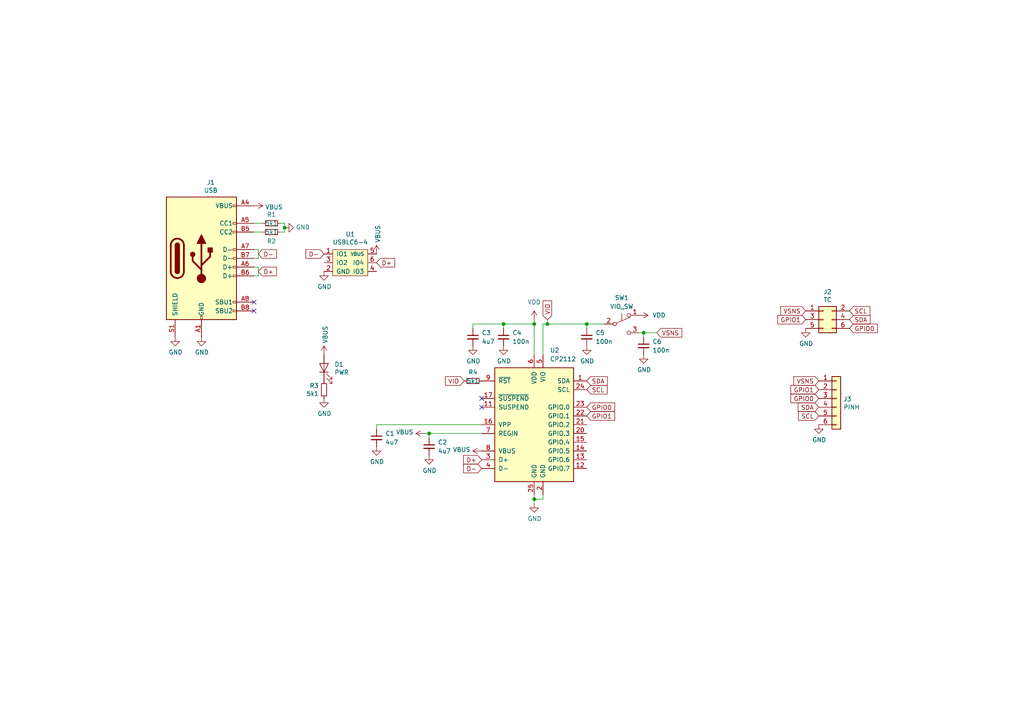
<source format=kicad_sch>
(kicad_sch (version 20211123) (generator eeschema)
  (paper "A4")
  (lib_symbols
    (symbol "Connector:USB_C_Receptacle_USB2.0" (pin_names (offset 1.016))
      (property "Reference" "J" (at -10.16 19.05 0))
      (property "Value" "USB_C_Receptacle_USB2.0" (at 19.05 19.05 0))
      (symbol "USB_C_Receptacle_USB2.0_0_0"
        (rectangle (start -0.254 -17.78) (end 0.254 -16.764))
        (rectangle (start 10.16 -14.986) (end 9.144 -15.494))
        (rectangle (start 10.16 -12.446) (end 9.144 -12.954))
        (rectangle (start 10.16 -4.826) (end 9.144 -5.334))
        (rectangle (start 10.16 -2.286) (end 9.144 -2.794))
        (rectangle (start 10.16 0.254) (end 9.144 -0.254))
        (rectangle (start 10.16 2.794) (end 9.144 2.286))
        (rectangle (start 10.16 7.874) (end 9.144 7.366))
        (rectangle (start 10.16 10.414) (end 9.144 9.906))
        (rectangle (start 10.16 15.494) (end 9.144 14.986))
      )
      (symbol "USB_C_Receptacle_USB2.0_0_1"
        (rectangle (start -10.16 17.78) (end 10.16 -17.78) (stroke (width 0.254)) (fill (type background)))
        (arc (start -8.89 -3.81) (mid -6.985 -5.715) (end -5.08 -3.81) (stroke (width 0.508)))
        (arc (start -7.62 -3.81) (mid -6.985 -4.445) (end -6.35 -3.81) (stroke (width 0.254)))
        (arc (start -7.62 -3.81) (mid -6.985 -4.445) (end -6.35 -3.81) (stroke (width 0.254)) (fill (type outline)))
        (rectangle (start -7.62 -3.81) (end -6.35 3.81) (stroke (width 0.254)) (fill (type outline)))
        (arc (start -6.35 3.81) (mid -6.985 4.445) (end -7.62 3.81) (stroke (width 0.254)))
        (arc (start -6.35 3.81) (mid -6.985 4.445) (end -7.62 3.81) (stroke (width 0.254)) (fill (type outline)))
        (arc (start -5.08 3.81) (mid -6.985 5.715) (end -8.89 3.81) (stroke (width 0.508)))
        (circle (center -2.54 1.143) (radius 0.635) (stroke (width 0.254)) (fill (type outline)))
        (circle (center 0 -5.842) (radius 1.27) (fill (type outline)))
        (polyline (pts (xy -8.89 -3.81) (xy -8.89 3.81)) (stroke (width 0.508)))
        (polyline (pts (xy -5.08 3.81) (xy -5.08 -3.81)) (stroke (width 0.508)))
        (polyline (pts (xy 0 -5.842) (xy 0 4.318)) (stroke (width 0.508)))
        (polyline (pts (xy 0 -3.302) (xy -2.54 -0.762) (xy -2.54 0.508)) (stroke (width 0.508)))
        (polyline (pts (xy 0 -2.032) (xy 2.54 0.508) (xy 2.54 1.778)) (stroke (width 0.508)))
        (polyline (pts (xy -1.27 4.318) (xy 0 6.858) (xy 1.27 4.318) (xy -1.27 4.318)) (stroke (width 0.254)) (fill (type outline)))
        (rectangle (start 1.905 1.778) (end 3.175 3.048) (stroke (width 0.254)) (fill (type outline)))
      )
      (symbol "USB_C_Receptacle_USB2.0_1_1"
        (pin power_in line (at 0 -22.86 90) (length 5.08) (name "GND") (number "A1"))
        (pin passive line (at 0 -22.86 90) (length 5.08) hide (name "GND") (number "A12"))
        (pin power_in line (at 15.24 15.24 180) (length 5.08) (name "VBUS") (number "A4"))
        (pin bidirectional line (at 15.24 10.16 180) (length 5.08) (name "CC1") (number "A5"))
        (pin bidirectional line (at 15.24 -2.54 180) (length 5.08) (name "D+") (number "A6"))
        (pin bidirectional line (at 15.24 2.54 180) (length 5.08) (name "D-") (number "A7"))
        (pin bidirectional line (at 15.24 -12.7 180) (length 5.08) (name "SBU1") (number "A8"))
        (pin passive line (at 15.24 15.24 180) (length 5.08) hide (name "VBUS") (number "A9"))
        (pin passive line (at 0 -22.86 90) (length 5.08) hide (name "GND") (number "B1"))
        (pin passive line (at 0 -22.86 90) (length 5.08) hide (name "GND") (number "B12"))
        (pin passive line (at 15.24 15.24 180) (length 5.08) hide (name "VBUS") (number "B4"))
        (pin bidirectional line (at 15.24 7.62 180) (length 5.08) (name "CC2") (number "B5"))
        (pin bidirectional line (at 15.24 -5.08 180) (length 5.08) (name "D+") (number "B6"))
        (pin bidirectional line (at 15.24 0 180) (length 5.08) (name "D-") (number "B7"))
        (pin bidirectional line (at 15.24 -15.24 180) (length 5.08) (name "SBU2") (number "B8"))
        (pin passive line (at 15.24 15.24 180) (length 5.08) hide (name "VBUS") (number "B9"))
        (pin passive line (at -7.62 -22.86 90) (length 5.08) (name "SHIELD") (number "S1"))
      )
    )
    (symbol "Connector_Generic:Conn_01x06" (pin_names (offset 1.016) hide)
      (property "Reference" "J" (at 0 7.62 0))
      (property "Value" "Conn_01x06" (at 0 -10.16 0))
      (symbol "Conn_01x06_1_1"
        (rectangle (start -1.27 -7.493) (end 0 -7.747) (stroke (width 0.1524)))
        (rectangle (start -1.27 -4.953) (end 0 -5.207) (stroke (width 0.1524)))
        (rectangle (start -1.27 -2.413) (end 0 -2.667) (stroke (width 0.1524)))
        (rectangle (start -1.27 0.127) (end 0 -0.127) (stroke (width 0.1524)))
        (rectangle (start -1.27 2.667) (end 0 2.413) (stroke (width 0.1524)))
        (rectangle (start -1.27 5.207) (end 0 4.953) (stroke (width 0.1524)))
        (rectangle (start -1.27 6.35) (end 1.27 -8.89) (stroke (width 0.254)) (fill (type background)))
        (pin passive line (at -5.08 5.08 0) (length 3.81) (name "Pin_1") (number "1"))
        (pin passive line (at -5.08 2.54 0) (length 3.81) (name "Pin_2") (number "2"))
        (pin passive line (at -5.08 0 0) (length 3.81) (name "Pin_3") (number "3"))
        (pin passive line (at -5.08 -2.54 0) (length 3.81) (name "Pin_4") (number "4"))
        (pin passive line (at -5.08 -5.08 0) (length 3.81) (name "Pin_5") (number "5"))
        (pin passive line (at -5.08 -7.62 0) (length 3.81) (name "Pin_6") (number "6"))
      )
    )
    (symbol "Connector_Generic:Conn_02x03_Odd_Even" (pin_names (offset 1.016) hide)
      (property "Reference" "J" (at 1.27 5.08 0))
      (property "Value" "Conn_02x03_Odd_Even" (at 1.27 -5.08 0))
      (symbol "Conn_02x03_Odd_Even_1_1"
        (rectangle (start -1.27 -2.413) (end 0 -2.667) (stroke (width 0.1524)))
        (rectangle (start -1.27 0.127) (end 0 -0.127) (stroke (width 0.1524)))
        (rectangle (start -1.27 2.667) (end 0 2.413) (stroke (width 0.1524)))
        (rectangle (start -1.27 3.81) (end 3.81 -3.81) (stroke (width 0.254)) (fill (type background)))
        (rectangle (start 3.81 -2.413) (end 2.54 -2.667) (stroke (width 0.1524)))
        (rectangle (start 3.81 0.127) (end 2.54 -0.127) (stroke (width 0.1524)))
        (rectangle (start 3.81 2.667) (end 2.54 2.413) (stroke (width 0.1524)))
        (pin passive line (at -5.08 2.54 0) (length 3.81) (name "Pin_1") (number "1"))
        (pin passive line (at 7.62 2.54 180) (length 3.81) (name "Pin_2") (number "2"))
        (pin passive line (at -5.08 0 0) (length 3.81) (name "Pin_3") (number "3"))
        (pin passive line (at 7.62 0 180) (length 3.81) (name "Pin_4") (number "4"))
        (pin passive line (at -5.08 -2.54 0) (length 3.81) (name "Pin_5") (number "5"))
        (pin passive line (at 7.62 -2.54 180) (length 3.81) (name "Pin_6") (number "6"))
      )
    )
    (symbol "Device:C_Small" (pin_numbers hide) (pin_names (offset 0.254) hide)
      (property "Reference" "C" (at 0.254 1.778 0))
      (property "Value" "C_Small" (at 0.254 -2.032 0))
      (symbol "C_Small_0_1"
        (polyline (pts (xy -1.524 -0.508) (xy 1.524 -0.508)) (stroke (width 0.3302)))
        (polyline (pts (xy -1.524 0.508) (xy 1.524 0.508)) (stroke (width 0.3048)))
      )
      (symbol "C_Small_1_1"
        (pin passive line (at 0 2.54 270) (length 2.032) (name "~") (number "1"))
        (pin passive line (at 0 -2.54 90) (length 2.032) (name "~") (number "2"))
      )
    )
    (symbol "Device:LED" (pin_numbers hide) (pin_names (offset 1.016) hide)
      (property "Reference" "D" (at 0 2.54 0))
      (property "Value" "LED" (at 0 -2.54 0))
      (symbol "LED_0_1"
        (polyline (pts (xy -1.27 -1.27) (xy -1.27 1.27)) (stroke (width 0.2032)))
        (polyline (pts (xy -1.27 0) (xy 1.27 0)))
        (polyline (pts (xy 1.27 -1.27) (xy 1.27 1.27) (xy -1.27 0) (xy 1.27 -1.27)) (stroke (width 0.2032)))
        (polyline (pts (xy -3.048 -0.762) (xy -4.572 -2.286) (xy -3.81 -2.286) (xy -4.572 -2.286) (xy -4.572 -1.524)))
        (polyline (pts (xy -1.778 -0.762) (xy -3.302 -2.286) (xy -2.54 -2.286) (xy -3.302 -2.286) (xy -3.302 -1.524)))
      )
      (symbol "LED_1_1"
        (pin passive line (at -3.81 0 0) (length 2.54) (name "K") (number "1"))
        (pin passive line (at 3.81 0 180) (length 2.54) (name "A") (number "2"))
      )
    )
    (symbol "Device:R_Small" (pin_numbers hide) (pin_names (offset 0.254) hide)
      (property "Reference" "R" (at 0.762 0.508 0))
      (property "Value" "R_Small" (at 0.762 -1.016 0))
      (symbol "R_Small_0_1"
        (rectangle (start -0.762 1.778) (end 0.762 -1.778) (stroke (width 0.2032)))
      )
      (symbol "R_Small_1_1"
        (pin passive line (at 0 2.54 270) (length 0.762) (name "~") (number "1"))
        (pin passive line (at 0 -2.54 90) (length 0.762) (name "~") (number "2"))
      )
    )
    (symbol "Interface_USB:CP2112" (pin_names (offset 1.016))
      (property "Reference" "U" (at -2.54 19.685 0))
      (property "Value" "CP2112" (at -2.54 17.78 0))
      (symbol "CP2112_0_1"
        (rectangle (start -11.43 16.51) (end 11.43 -16.51) (stroke (width 0.254)) (fill (type background)))
      )
      (symbol "CP2112_1_1"
        (pin bidirectional line (at 15.24 12.7 180) (length 3.81) (name "SDA") (number "1"))
        (pin no_connect line (at 10.16 -20.32 90) (length 3.81) hide (name "NC") (number "10"))
        (pin output line (at -15.24 5.08 0) (length 3.81) (name "SUSPEND") (number "11"))
        (pin bidirectional line (at 15.24 -12.7 180) (length 3.81) (name "GPIO.7") (number "12"))
        (pin bidirectional line (at 15.24 -10.16 180) (length 3.81) (name "GPIO.6") (number "13"))
        (pin bidirectional line (at 15.24 -7.62 180) (length 3.81) (name "GPIO.5") (number "14"))
        (pin bidirectional line (at 15.24 -5.08 180) (length 3.81) (name "GPIO.4") (number "15"))
        (pin power_in line (at -15.24 0 0) (length 3.81) (name "VPP") (number "16"))
        (pin output line (at -15.24 7.62 0) (length 3.81) (name "~{SUSPEND}") (number "17"))
        (pin no_connect line (at 5.08 -20.32 90) (length 3.81) hide (name "NC") (number "18"))
        (pin no_connect line (at 7.62 -20.32 90) (length 3.81) hide (name "NC") (number "19"))
        (pin power_in line (at 2.54 -20.32 90) (length 3.81) (name "GND") (number "2"))
        (pin bidirectional line (at 15.24 -2.54 180) (length 3.81) (name "GPIO.3") (number "20"))
        (pin bidirectional line (at 15.24 0 180) (length 3.81) (name "GPIO.2") (number "21"))
        (pin bidirectional line (at 15.24 2.54 180) (length 3.81) (name "GPIO.1") (number "22"))
        (pin bidirectional line (at 15.24 5.08 180) (length 3.81) (name "GPIO.0") (number "23"))
        (pin output line (at 15.24 10.16 180) (length 3.81) (name "SCL") (number "24"))
        (pin power_in line (at 0 -20.32 90) (length 3.81) (name "GND") (number "25"))
        (pin bidirectional line (at -15.24 -10.16 0) (length 3.81) (name "D+") (number "3"))
        (pin bidirectional line (at -15.24 -12.7 0) (length 3.81) (name "D-") (number "4"))
        (pin power_in line (at 2.54 20.32 270) (length 3.81) (name "VIO") (number "5"))
        (pin power_in line (at 0 20.32 270) (length 3.81) (name "VDD") (number "6"))
        (pin power_in line (at -15.24 -2.54 0) (length 3.81) (name "REGIN") (number "7"))
        (pin input line (at -15.24 -7.62 0) (length 3.81) (name "VBUS") (number "8"))
        (pin input line (at -15.24 12.7 0) (length 3.81) (name "~{RST}") (number "9"))
      )
    )
    (symbol "Switch:SW_Push_SPDT" (pin_names (offset 0) hide)
      (property "Reference" "SW" (at 0 4.318 0))
      (property "Value" "SW_Push_SPDT" (at 0 -5.08 0))
      (symbol "SW_Push_SPDT_0_0"
        (circle (center -2.032 0) (radius 0.508))
        (polyline (pts (xy 0 1.016) (xy 0 3.048)))
        (circle (center 2.032 -2.54) (radius 0.508))
      )
      (symbol "SW_Push_SPDT_0_1"
        (polyline (pts (xy -1.524 0.254) (xy 2.54 2.032)))
        (circle (center 2.032 2.54) (radius 0.508))
      )
      (symbol "SW_Push_SPDT_1_1"
        (pin passive line (at 5.08 2.54 180) (length 2.54) (name "A") (number "1"))
        (pin passive line (at -5.08 0 0) (length 2.54) (name "B") (number "2"))
        (pin passive line (at 5.08 -2.54 180) (length 2.54) (name "C") (number "3"))
      )
    )
    (symbol "otter:USBLC6-4" (pin_names (offset 1.016))
      (property "Reference" "U" (at 0 7.62 0))
      (property "Value" "otter_USBLC6-4" (at 0 5.08 0))
      (symbol "USBLC6-4_0_1"
        (rectangle (start -5.08 3.81) (end 5.08 -3.81) (fill (type background)))
      )
      (symbol "USBLC6-4_1_1"
        (pin input line (at -7.62 2.54 0) (length 2.54) (name "IO1") (number "1"))
        (pin input line (at -7.62 -2.54 0) (length 2.54) (name "GND") (number "2"))
        (pin input line (at -7.62 0 0) (length 2.54) (name "IO2") (number "3"))
        (pin input line (at 7.62 -2.54 180) (length 2.54) (name "IO3") (number "4"))
        (pin input line (at 7.62 2.54 180) (length 2.54) (name "VBUS") (number "5"))
        (pin input line (at 7.62 0 180) (length 2.54) (name "IO4") (number "6"))
      )
    )
    (symbol "power:GND" (power) (pin_names (offset 0))
      (property "Value" "GND" (at 0 -3.81 0))
      (symbol "GND_0_1"
        (polyline (pts (xy 0 0) (xy 0 -1.27) (xy 1.27 -1.27) (xy 0 -2.54) (xy -1.27 -1.27) (xy 0 -1.27)))
      )
      (symbol "GND_1_1"
        (pin power_in line (at 0 0 270) (length 0) hide (name "GND") (number "1"))
      )
    )
    (symbol "power:VBUS" (power) (pin_names (offset 0))
      (property "Value" "VBUS" (at 0 3.81 0))
      (symbol "VBUS_0_1"
        (polyline (pts (xy -0.762 1.27) (xy 0 2.54)))
        (polyline (pts (xy 0 0) (xy 0 2.54)))
        (polyline (pts (xy 0 2.54) (xy 0.762 1.27)))
      )
      (symbol "VBUS_1_1"
        (pin power_in line (at 0 0 90) (length 0) hide (name "VBUS") (number "1"))
      )
    )
    (symbol "power:VDD" (power) (pin_names (offset 0))
      (property "Value" "VDD" (at 0 3.81 0))
      (symbol "VDD_0_1"
        (polyline (pts (xy -0.762 1.27) (xy 0 2.54)))
        (polyline (pts (xy 0 0) (xy 0 2.54)))
        (polyline (pts (xy 0 2.54) (xy 0.762 1.27)))
      )
      (symbol "VDD_1_1"
        (pin power_in line (at 0 0 90) (length 0) hide (name "VDD") (number "1"))
      )
    )
  )
  (junction (at 154.94 144.78))
  (junction (at 186.69 96.52))
  (junction (at 158.75 93.98))
  (junction (at 124.46 125.73))
  (junction (at 170.18 93.98))
  (junction (at 82.55 66.04))
  (junction (at 154.94 93.98))
  (junction (at 146.05 93.98))
  (no_connect (at 139.7 118.11))
  (no_connect (at 139.7 115.57))
  (no_connect (at 73.66 90.17))
  (no_connect (at 73.66 87.63))
  (wire (pts (xy 109.22 123.19) (xy 139.7 123.19)))
  (wire (pts (xy 175.26 93.98) (xy 170.18 93.98)))
  (wire (pts (xy 74.93 80.01) (xy 73.66 80.01)))
  (wire (pts (xy 154.94 144.78) (xy 154.94 143.51)))
  (wire (pts (xy 74.93 72.39) (xy 74.93 74.93)))
  (wire (pts (xy 124.46 127) (xy 124.46 125.73)))
  (wire (pts (xy 190.5 96.52) (xy 186.69 96.52)))
  (wire (pts (xy 124.46 125.73) (xy 139.7 125.73)))
  (wire (pts (xy 74.93 77.47) (xy 74.93 80.01)))
  (wire (pts (xy 158.75 93.98) (xy 157.48 93.98)))
  (wire (pts (xy 157.48 93.98) (xy 157.48 102.87)))
  (wire (pts (xy 73.66 67.31) (xy 76.2 67.31)))
  (wire (pts (xy 154.94 102.87) (xy 154.94 93.98)))
  (wire (pts (xy 76.2 64.77) (xy 73.66 64.77)))
  (wire (pts (xy 124.46 125.73) (xy 123.19 125.73)))
  (wire (pts (xy 154.94 144.78) (xy 157.48 144.78)))
  (wire (pts (xy 81.28 67.31) (xy 82.55 67.31)))
  (wire (pts (xy 186.69 96.52) (xy 185.42 96.52)))
  (wire (pts (xy 73.66 72.39) (xy 74.93 72.39)))
  (wire (pts (xy 170.18 93.98) (xy 158.75 93.98)))
  (wire (pts (xy 74.93 74.93) (xy 73.66 74.93)))
  (wire (pts (xy 137.16 93.98) (xy 146.05 93.98)))
  (wire (pts (xy 157.48 143.51) (xy 157.48 144.78)))
  (wire (pts (xy 186.69 97.79) (xy 186.69 96.52)))
  (wire (pts (xy 158.75 92.71) (xy 158.75 93.98)))
  (wire (pts (xy 73.66 77.47) (xy 74.93 77.47)))
  (wire (pts (xy 82.55 66.04) (xy 82.55 64.77)))
  (wire (pts (xy 154.94 92.71) (xy 154.94 93.98)))
  (wire (pts (xy 146.05 95.25) (xy 146.05 93.98)))
  (wire (pts (xy 82.55 64.77) (xy 81.28 64.77)))
  (wire (pts (xy 154.94 146.05) (xy 154.94 144.78)))
  (wire (pts (xy 109.22 123.19) (xy 109.22 124.46)))
  (wire (pts (xy 82.55 67.31) (xy 82.55 66.04)))
  (wire (pts (xy 170.18 95.25) (xy 170.18 93.98)))
  (wire (pts (xy 146.05 93.98) (xy 154.94 93.98)))
  (wire (pts (xy 137.16 95.25) (xy 137.16 93.98)))
  (global_label "D+" (shape input) (at 74.93 78.74 0) (property "Intersheet References" "${INTERSHEET_REFS}" (effects hide)))
  (global_label "VSNS" (shape input) (at 237.49 110.49 180) (property "Intersheet References" "${INTERSHEET_REFS}" (effects hide)))
  (global_label "D-" (shape input) (at 139.7 135.89 180) (property "Intersheet References" "${INTERSHEET_REFS}" (effects hide)))
  (global_label "SDA" (shape input) (at 237.49 118.11 180) (property "Intersheet References" "${INTERSHEET_REFS}" (effects hide)))
  (global_label "GPIO1" (shape input) (at 170.18 120.65 0) (property "Intersheet References" "${INTERSHEET_REFS}" (effects hide)))
  (global_label "D-" (shape input) (at 93.98 73.66 180) (property "Intersheet References" "${INTERSHEET_REFS}" (effects hide)))
  (global_label "VSNS" (shape input) (at 190.5 96.52 0) (property "Intersheet References" "${INTERSHEET_REFS}" (effects hide)))
  (global_label "GPIO1" (shape input) (at 237.49 113.03 180) (property "Intersheet References" "${INTERSHEET_REFS}" (effects hide)))
  (global_label "D+" (shape input) (at 109.22 76.2 0) (property "Intersheet References" "${INTERSHEET_REFS}" (effects hide)))
  (global_label "GPIO1" (shape input) (at 233.68 92.71 180) (property "Intersheet References" "${INTERSHEET_REFS}" (effects hide)))
  (global_label "VIO" (shape input) (at 158.75 92.71 90) (property "Intersheet References" "${INTERSHEET_REFS}" (effects hide)))
  (global_label "GPIO0" (shape input) (at 237.49 115.57 180) (property "Intersheet References" "${INTERSHEET_REFS}" (effects hide)))
  (global_label "D+" (shape input) (at 139.7 133.35 180) (property "Intersheet References" "${INTERSHEET_REFS}" (effects hide)))
  (global_label "SCL" (shape input) (at 170.18 113.03 0) (property "Intersheet References" "${INTERSHEET_REFS}" (effects hide)))
  (global_label "SDA" (shape input) (at 170.18 110.49 0) (property "Intersheet References" "${INTERSHEET_REFS}" (effects hide)))
  (global_label "SCL" (shape input) (at 237.49 120.65 180) (property "Intersheet References" "${INTERSHEET_REFS}" (effects hide)))
  (global_label "SDA" (shape input) (at 246.38 92.71 0) (property "Intersheet References" "${INTERSHEET_REFS}" (effects hide)))
  (global_label "SCL" (shape input) (at 246.38 90.17 0) (property "Intersheet References" "${INTERSHEET_REFS}" (effects hide)))
  (global_label "GPIO0" (shape input) (at 246.38 95.25 0) (property "Intersheet References" "${INTERSHEET_REFS}" (effects hide)))
  (global_label "D-" (shape input) (at 74.93 73.66 0) (property "Intersheet References" "${INTERSHEET_REFS}" (effects hide)))
  (global_label "VSNS" (shape input) (at 233.68 90.17 180) (property "Intersheet References" "${INTERSHEET_REFS}" (effects hide)))
  (global_label "VIO" (shape input) (at 134.62 110.49 180) (property "Intersheet References" "${INTERSHEET_REFS}" (effects hide)))
  (global_label "GPIO0" (shape input) (at 170.18 118.11 0) (property "Intersheet References" "${INTERSHEET_REFS}" (effects hide)))
  (symbol (lib_id "Connector:USB_C_Receptacle_USB2.0") (at 58.42 74.93 0) (unit 1)
    (property "Reference" "J1" (at 61.1378 52.9082 0))
    (property "Value" "USB" (at 61.1378 55.2196 0))
    (property "Footprint" "otter:USB-C 16Pin" (effects hide))
    (property "Datasheet" "https://www.usb.org/sites/default/files/documents/usb_type-c.zip" (effects hide))
  )
  (symbol (lib_id "power:GND") (at 58.42 97.79 0) (unit 1)
    (property "Reference" "#PWR0101" (effects hide))
    (property "Value" "GND" (at 58.547 102.1842 0))
  )
  (symbol (lib_id "power:GND") (at 50.8 97.79 0) (unit 1)
    (property "Reference" "#PWR0102" (effects hide))
    (property "Value" "GND" (at 50.927 102.1842 0))
  )
  (symbol (lib_id "power:VBUS") (at 73.66 59.69 270) (unit 1)
    (property "Reference" "#PWR0103" (effects hide))
    (property "Value" "VBUS" (at 76.9112 60.071 90) (effects (justify left)))
  )
  (symbol (lib_id "Device:R_Small") (at 78.74 64.77 270) (unit 1)
    (property "Reference" "R1" (at 78.74 62.23 90))
    (property "Value" "5k1" (at 78.74 64.77 90))
    (property "Footprint" "otter:R_0402" (effects hide))
  )
  (symbol (lib_id "Device:R_Small") (at 78.74 67.31 270) (unit 1)
    (property "Reference" "R2" (at 78.74 69.9516 90))
    (property "Value" "5k1" (at 78.74 67.31 90))
    (property "Footprint" "otter:R_0402" (effects hide))
  )
  (symbol (lib_id "power:GND") (at 82.55 66.04 90) (unit 1)
    (property "Reference" "#PWR0104" (effects hide))
    (property "Value" "GND" (at 85.8012 65.913 90) (effects (justify right)))
  )
  (symbol (lib_id "otter:USBLC6-4") (at 101.6 76.2 0) (unit 1)
    (property "Reference" "U1" (at 101.6 67.945 0))
    (property "Value" "USBLC6-4" (at 101.6 70.2564 0))
    (property "Footprint" "Package_TO_SOT_SMD:SOT-23-6" (effects hide))
  )
  (symbol (lib_id "power:VBUS") (at 109.22 73.66 0) (unit 1)
    (property "Reference" "#PWR0117" (effects hide))
    (property "Value" "VBUS" (at 109.601 70.4088 90) (effects (justify left)))
  )
  (symbol (lib_id "power:GND") (at 93.98 78.74 0) (unit 1)
    (property "Reference" "#PWR0118" (effects hide))
    (property "Value" "GND" (at 94.107 83.1342 0))
  )
  (symbol (lib_id "Connector_Generic:Conn_01x06") (at 242.57 115.57 0) (unit 1)
    (property "Reference" "J3" (at 244.602 115.7732 0) (effects (justify left)))
    (property "Value" "PINH" (at 244.602 118.0846 0) (effects (justify left)))
    (property "Footprint" "otter:PinHeader_1x06_P2.54mm_Vertical_center" (effects hide))
  )
  (symbol (lib_id "power:GND") (at 237.49 123.19 0) (unit 1)
    (property "Reference" "#PWR0120" (effects hide))
    (property "Value" "GND" (at 237.617 127.5842 0))
  )
  (symbol (lib_id "Connector_Generic:Conn_02x03_Odd_Even") (at 238.76 92.71 0) (unit 1)
    (property "Reference" "J2" (at 240.03 84.6582 0))
    (property "Value" "TC" (at 240.03 86.9696 0))
    (property "Footprint" "otter:IDC-Header_2x03_P2.54mm_Vertical_center" (effects hide))
  )
  (symbol (lib_id "power:GND") (at 233.68 95.25 0) (unit 1)
    (property "Reference" "#PWR0121" (effects hide))
    (property "Value" "GND" (at 233.807 99.6442 0))
  )
  (symbol (lib_id "Device:LED") (at 93.98 106.68 90) (unit 1)
    (property "Reference" "D1" (at 96.9772 105.6894 90) (effects (justify right)))
    (property "Value" "PWR" (at 96.9772 108.0008 90) (effects (justify right)))
    (property "Footprint" "LED_SMD:LED_0603_1608Metric" (effects hide))
  )
  (symbol (lib_id "Device:R_Small") (at 93.98 113.03 0) (unit 1)
    (property "Reference" "R3" (at 92.4814 111.8616 0) (effects (justify right)))
    (property "Value" "5k1" (at 92.4814 114.173 0) (effects (justify right)))
    (property "Footprint" "otter:R_0402" (effects hide))
  )
  (symbol (lib_id "power:GND") (at 93.98 115.57 0) (unit 1)
    (property "Reference" "#PWR0122" (effects hide))
    (property "Value" "GND" (at 94.107 119.9642 0))
  )
  (symbol (lib_id "power:VBUS") (at 93.98 102.87 0) (unit 1)
    (property "Reference" "#PWR0123" (effects hide))
    (property "Value" "VBUS" (at 94.361 99.6188 90) (effects (justify left)))
  )
  (symbol (lib_id "power:VDD") (at 185.42 91.44 270) (unit 1)
    (property "Reference" "#PWR0115" (effects hide))
    (property "Value" "VDD" (at 189.23 91.4399 90) (effects (justify left)))
  )
  (symbol (lib_id "Device:R_Small") (at 137.16 110.49 270) (unit 1)
    (property "Reference" "R4" (at 137.16 107.95 90))
    (property "Value" "5k1" (at 137.16 110.49 90))
    (property "Footprint" "otter:R_0402" (effects hide))
  )
  (symbol (lib_id "Device:C_Small") (at 109.22 127 0) (unit 1)
    (property "Reference" "C1" (at 111.76 125.7362 0) (effects (justify left)))
    (property "Value" "4u7" (at 111.76 128.2762 0) (effects (justify left)))
    (property "Footprint" "otter:C_0805" (effects hide))
  )
  (symbol (lib_id "Device:C_Small") (at 137.16 97.79 0) (unit 1)
    (property "Reference" "C3" (at 139.7 96.5262 0) (effects (justify left)))
    (property "Value" "4u7" (at 139.7 99.0662 0) (effects (justify left)))
    (property "Footprint" "otter:C_0805" (effects hide))
  )
  (symbol (lib_id "Device:C_Small") (at 186.69 100.33 0) (unit 1)
    (property "Reference" "C6" (at 189.23 99.0662 0) (effects (justify left)))
    (property "Value" "100n" (at 189.23 101.6062 0) (effects (justify left)))
    (property "Footprint" "otter:C_0402" (effects hide))
  )
  (symbol (lib_id "Interface_USB:CP2112") (at 154.94 123.19 0) (unit 1)
    (property "Reference" "U2" (at 159.4994 101.6 0) (effects (justify left)))
    (property "Value" "CP2112" (at 159.4994 104.14 0) (effects (justify left)))
    (property "Footprint" "Package_DFN_QFN:QFN-24-1EP_4x4mm_P0.5mm_EP2.6x2.6mm" (effects hide))
    (property "Datasheet" "https://www.silabs.com/documents/public/data-sheets/cp2112-datasheet.pdf" (effects hide))
  )
  (symbol (lib_id "Switch:SW_Push_SPDT") (at 180.34 93.98 0) (unit 1)
    (property "Reference" "SW1" (at 180.34 86.36 0))
    (property "Value" "VIO_SW" (at 180.34 88.9 0))
    (property "Footprint" "Button_Switch_SMD:SW_SPDT_PCM12" (effects hide))
  )
  (symbol (lib_id "Device:C_Small") (at 124.46 129.54 0) (unit 1)
    (property "Reference" "C2" (at 127 128.2762 0) (effects (justify left)))
    (property "Value" "4u7" (at 127 130.8162 0) (effects (justify left)))
    (property "Footprint" "otter:C_0805" (effects hide))
  )
  (symbol (lib_id "power:GND") (at 154.94 146.05 0) (unit 1)
    (property "Reference" "#PWR0106" (effects hide))
    (property "Value" "GND" (at 155.067 150.4442 0))
  )
  (symbol (lib_id "Device:C_Small") (at 170.18 97.79 0) (unit 1)
    (property "Reference" "C5" (at 172.72 96.5262 0) (effects (justify left)))
    (property "Value" "100n" (at 172.72 99.0662 0) (effects (justify left)))
    (property "Footprint" "otter:C_0402" (effects hide))
  )
  (symbol (lib_id "power:GND") (at 109.22 129.54 0) (unit 1)
    (property "Reference" "#PWR0109" (effects hide))
    (property "Value" "GND" (at 109.347 133.9342 0))
  )
  (symbol (lib_id "power:GND") (at 124.46 132.08 0) (unit 1)
    (property "Reference" "#PWR0108" (effects hide))
    (property "Value" "GND" (at 124.587 136.4742 0))
  )
  (symbol (lib_id "power:VBUS") (at 123.19 125.73 90) (unit 1)
    (property "Reference" "#PWR0107" (effects hide))
    (property "Value" "VBUS" (at 119.9388 125.349 90) (effects (justify left)))
  )
  (symbol (lib_id "power:VDD") (at 154.94 92.71 0) (unit 1)
    (property "Reference" "#PWR0112" (effects hide))
    (property "Value" "VDD" (at 154.94 87.63 0))
  )
  (symbol (lib_id "power:GND") (at 146.05 100.33 0) (unit 1)
    (property "Reference" "#PWR0111" (effects hide))
    (property "Value" "GND" (at 146.177 104.7242 0))
  )
  (symbol (lib_id "power:VBUS") (at 139.7 130.81 90) (unit 1)
    (property "Reference" "#PWR0105" (effects hide))
    (property "Value" "VBUS" (at 136.4488 130.429 90) (effects (justify left)))
  )
  (symbol (lib_id "power:GND") (at 170.18 100.33 0) (unit 1)
    (property "Reference" "#PWR0113" (effects hide))
    (property "Value" "GND" (at 170.307 104.7242 0))
  )
  (symbol (lib_id "Device:C_Small") (at 146.05 97.79 0) (unit 1)
    (property "Reference" "C4" (at 148.59 96.5262 0) (effects (justify left)))
    (property "Value" "100n" (at 148.59 99.0662 0) (effects (justify left)))
    (property "Footprint" "otter:C_0402" (effects hide))
  )
  (symbol (lib_id "power:GND") (at 137.16 100.33 0) (unit 1)
    (property "Reference" "#PWR0110" (effects hide))
    (property "Value" "GND" (at 137.287 104.7242 0))
  )
  (symbol (lib_id "power:GND") (at 186.69 102.87 0) (unit 1)
    (property "Reference" "#PWR0114" (effects hide))
    (property "Value" "GND" (at 186.817 107.2642 0))
  )
)
</source>
